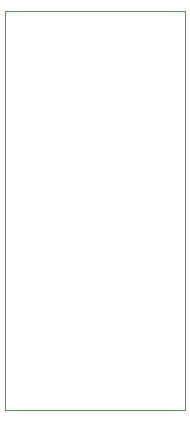
<source format=gbr>
%TF.GenerationSoftware,KiCad,Pcbnew,5.1.9-73d0e3b20d~88~ubuntu20.04.1*%
%TF.CreationDate,2021-06-24T22:41:13-04:00*%
%TF.ProjectId,stm32_breakout,73746d33-325f-4627-9265-616b6f75742e,rev?*%
%TF.SameCoordinates,Original*%
%TF.FileFunction,Profile,NP*%
%FSLAX46Y46*%
G04 Gerber Fmt 4.6, Leading zero omitted, Abs format (unit mm)*
G04 Created by KiCad (PCBNEW 5.1.9-73d0e3b20d~88~ubuntu20.04.1) date 2021-06-24 22:41:13*
%MOMM*%
%LPD*%
G01*
G04 APERTURE LIST*
%TA.AperFunction,Profile*%
%ADD10C,0.100000*%
%TD*%
G04 APERTURE END LIST*
D10*
X139700000Y-63500000D02*
X139700000Y-57600000D01*
X124460000Y-63500000D02*
X124460000Y-57600000D01*
X139700000Y-63500000D02*
X139700000Y-91440000D01*
X124460000Y-57600000D02*
X139700000Y-57600000D01*
X124460000Y-91440000D02*
X124460000Y-63500000D01*
X139700000Y-91440000D02*
X124460000Y-91440000D01*
M02*

</source>
